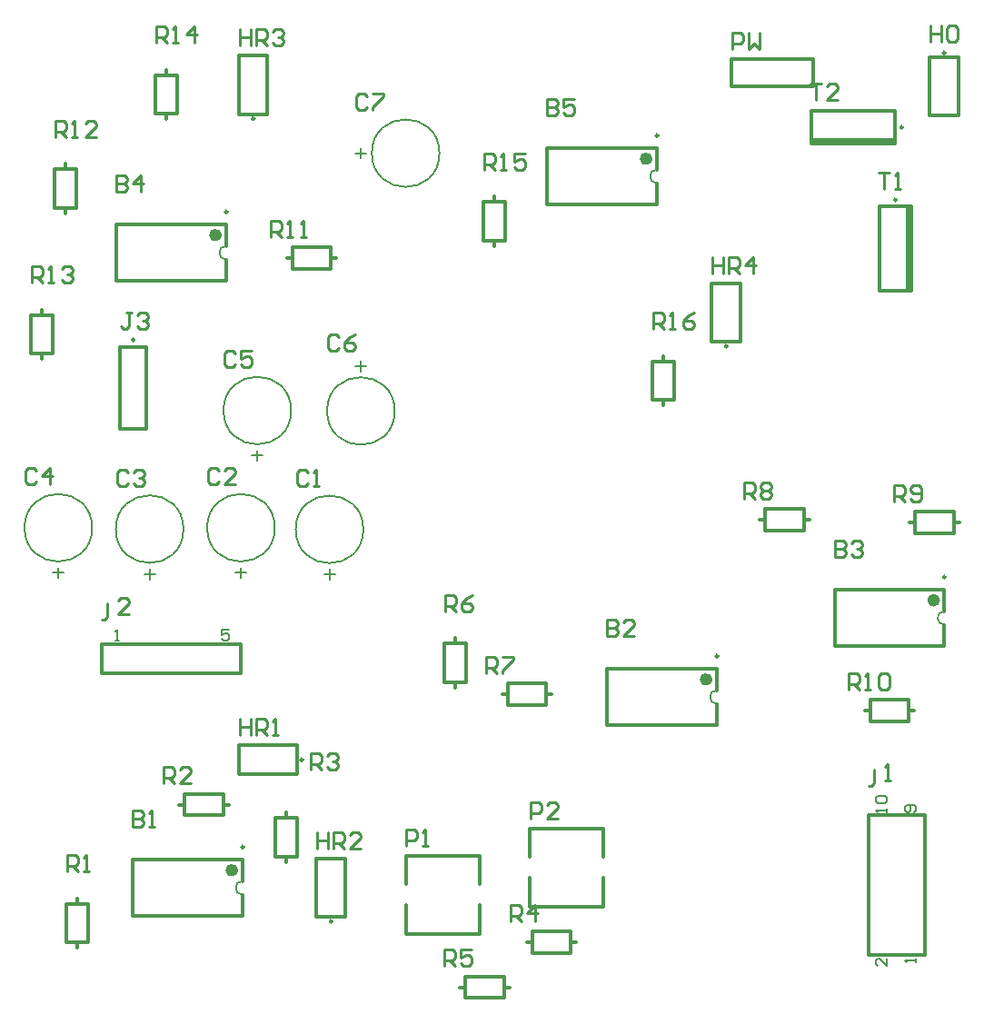
<source format=gto>
G04*
G04 #@! TF.GenerationSoftware,Altium Limited,Altium Designer,23.0.1 (38)*
G04*
G04 Layer_Color=65535*
%FSLAX44Y44*%
%MOMM*%
G71*
G04*
G04 #@! TF.SameCoordinates,40E8D280-AE9E-4637-9913-6930DAB067FB*
G04*
G04*
G04 #@! TF.FilePolarity,Positive*
G04*
G01*
G75*
%ADD10C,0.2000*%
%ADD11C,0.2500*%
%ADD12C,0.6000*%
%ADD13C,0.3000*%
%ADD14C,0.2540*%
%ADD15C,0.1524*%
%ADD16C,0.1500*%
D10*
X252930Y166370D02*
G03*
X252930Y153670I0J-6350D01*
G01*
X639010Y829310D02*
G03*
X639010Y816610I0J-6350D01*
G01*
X237690Y758190D02*
G03*
X237690Y745490I0J-6350D01*
G01*
X436430Y844550D02*
G03*
X436430Y844550I-31500J0D01*
G01*
X298200Y604720D02*
G03*
X298200Y604720I-31500J0D01*
G01*
X394720Y604320D02*
G03*
X394720Y604320I-31500J0D01*
G01*
X365510Y494030D02*
G03*
X365510Y494030I-31500J0D01*
G01*
X282960Y495500D02*
G03*
X282960Y495500I-31500J0D01*
G01*
X197870Y494230D02*
G03*
X197870Y494230I-31500J0D01*
G01*
X112780Y495500D02*
G03*
X112780Y495500I-31500J0D01*
G01*
X906980Y417830D02*
G03*
X906980Y405130I0J-6350D01*
G01*
X694890Y344170D02*
G03*
X694890Y331470I0J-6350D01*
G01*
D11*
X254280Y198120D02*
G03*
X254280Y198120I-1250J0D01*
G01*
X862310Y801190D02*
G03*
X862310Y801190I-1250J0D01*
G01*
X704830Y664710D02*
G03*
X704830Y664710I-1250J0D01*
G01*
X264140Y876800D02*
G03*
X264140Y876800I-1250J0D01*
G01*
X908030Y938030D02*
G03*
X908030Y938030I-1250J0D01*
G01*
X336530Y128770D02*
G03*
X336530Y128770I-1250J0D01*
G01*
X309360Y279400D02*
G03*
X309360Y279400I-1250J0D01*
G01*
X640360Y861060D02*
G03*
X640360Y861060I-1250J0D01*
G01*
X868480Y868680D02*
G03*
X868480Y868680I-1250J0D01*
G01*
X239040Y789940D02*
G03*
X239040Y789940I-1250J0D01*
G01*
X152380Y670710D02*
G03*
X152380Y670710I-1250J0D01*
G01*
X908330Y449580D02*
G03*
X908330Y449580I-1250J0D01*
G01*
X696240Y375920D02*
G03*
X696240Y375920I-1250J0D01*
G01*
D12*
X245930Y176520D02*
G03*
X245930Y176520I-3000J0D01*
G01*
X632010Y839460D02*
G03*
X632010Y839460I-3000J0D01*
G01*
X230690Y768340D02*
G03*
X230690Y768340I-3000J0D01*
G01*
X899980Y427980D02*
G03*
X899980Y427980I-3000J0D01*
G01*
X687890Y354320D02*
G03*
X687890Y354320I-3000J0D01*
G01*
D13*
X293370Y225010D02*
Y230060D01*
Y183960D02*
Y189010D01*
X283370D02*
X303370D01*
Y225010D01*
X283370D02*
X303370D01*
X283370Y189010D02*
Y225010D01*
X150930Y186520D02*
X252930D01*
X150930Y133520D02*
X252930D01*
Y166370D02*
Y186520D01*
Y133520D02*
Y153670D01*
X150930Y133520D02*
Y186520D01*
X708660Y906780D02*
X784860D01*
Y932180D01*
X708660D02*
X784860D01*
X708660Y906780D02*
Y932180D01*
X873060Y716690D02*
Y794690D01*
X876160Y716690D02*
Y794690D01*
X846160Y716690D02*
Y794690D01*
Y716690D02*
X876160D01*
X846160Y794690D02*
X876160D01*
X690230Y668660D02*
X716930D01*
Y723260D01*
X690230D02*
X716930D01*
X690230Y668660D02*
Y723260D01*
X249540Y880750D02*
X276240D01*
Y935350D01*
X249540D02*
X276240D01*
X249540Y880750D02*
Y935350D01*
X893430Y934080D02*
X920130D01*
X893430Y879480D02*
Y934080D01*
Y879480D02*
X920130D01*
Y934080D01*
X321930Y132720D02*
X348630D01*
Y187320D01*
X321930D02*
X348630D01*
X321930Y132720D02*
Y187320D01*
X304160Y266050D02*
Y292750D01*
X249560D02*
X304160D01*
X249560Y266050D02*
Y292750D01*
Y266050D02*
X304160D01*
X251690Y359930D02*
Y386830D01*
X121690D02*
X251690D01*
X121690Y359930D02*
Y386830D01*
Y359930D02*
X251690D01*
X836180Y97560D02*
X888480D01*
Y227560D01*
X836180Y97560D02*
Y227560D01*
X888480D01*
X537010Y849460D02*
X639010D01*
X537010Y796460D02*
X639010D01*
Y829310D02*
Y849460D01*
Y796460D02*
Y816610D01*
X537010Y796460D02*
Y849460D01*
X645160Y609410D02*
Y614460D01*
Y650460D02*
Y655510D01*
X635160Y650460D02*
X655160D01*
X635160Y614460D02*
Y650460D01*
Y614460D02*
X655160D01*
Y650460D01*
X181610Y917160D02*
Y922210D01*
Y876110D02*
Y881160D01*
X171610D02*
X191610D01*
Y917160D01*
X171610D02*
X191610D01*
X171610Y881160D02*
Y917160D01*
X782730Y856680D02*
X860730D01*
X782730Y853580D02*
X860730D01*
X782730Y883580D02*
X860730D01*
X782730Y853580D02*
Y883580D01*
X860730Y853580D02*
Y883580D01*
X87630Y829530D02*
Y834580D01*
Y788480D02*
Y793530D01*
X77630D02*
X97630D01*
Y829530D01*
X77630D02*
X97630D01*
X77630Y793530D02*
Y829530D01*
X135690Y778340D02*
X237690D01*
X135690Y725340D02*
X237690D01*
Y758190D02*
Y778340D01*
Y725340D02*
Y745490D01*
X135690Y725340D02*
Y778340D01*
X335500Y746760D02*
X340550D01*
X294450D02*
X299500D01*
Y736760D02*
Y756760D01*
Y736760D02*
X335500D01*
Y756760D01*
X299500D02*
X335500D01*
X66040Y693640D02*
Y698690D01*
Y652590D02*
Y657640D01*
X56040D02*
X76040D01*
Y693640D01*
X56040D02*
X76040D01*
X56040Y657640D02*
Y693640D01*
X487680Y799050D02*
Y804100D01*
Y758000D02*
Y763050D01*
X477680D02*
X497680D01*
Y799050D01*
X477680D02*
X497680D01*
X477680Y763050D02*
Y799050D01*
X163580Y588010D02*
Y664210D01*
X138680Y588010D02*
Y664210D01*
X163580D01*
X138680Y588010D02*
X163580D01*
X832930Y325120D02*
X837980D01*
X873980D02*
X879030D01*
X873980Y315120D02*
Y335120D01*
X837980D02*
X873980D01*
X837980Y315120D02*
Y335120D01*
Y315120D02*
X873980D01*
X495110Y340360D02*
X500160D01*
X536160D02*
X541210D01*
X536160Y330360D02*
Y350360D01*
X500160D02*
X536160D01*
X500160Y330360D02*
Y350360D01*
Y330360D02*
X536160D01*
X804980Y437980D02*
X906980D01*
X804980Y384980D02*
X906980D01*
Y417830D02*
Y437980D01*
Y384980D02*
Y405130D01*
X804980Y384980D02*
Y437980D01*
X592890Y364320D02*
X694890D01*
X592890Y311320D02*
X694890D01*
Y344170D02*
Y364320D01*
Y311320D02*
Y331470D01*
X592890Y311320D02*
Y364320D01*
X874840Y500380D02*
X879890D01*
X915890D02*
X920940D01*
X915890Y490380D02*
Y510380D01*
X879890D02*
X915890D01*
X879890Y490380D02*
Y510380D01*
Y490380D02*
X915890D01*
X735140Y502920D02*
X740190D01*
X776190D02*
X781240D01*
X776190Y492920D02*
Y512920D01*
X740190D02*
X776190D01*
X740190Y492920D02*
Y512920D01*
Y492920D02*
X776190D01*
X450850Y387570D02*
Y392620D01*
Y346520D02*
Y351570D01*
X440850D02*
X460850D01*
Y387570D01*
X440850D02*
X460850D01*
X440850Y351570D02*
Y387570D01*
X194120Y237490D02*
X199170D01*
X235170D02*
X240220D01*
X235170Y227490D02*
Y247490D01*
X199170D02*
X235170D01*
X199170Y227490D02*
Y247490D01*
Y227490D02*
X235170D01*
X99060Y145000D02*
Y150050D01*
Y103950D02*
Y109000D01*
X89060D02*
X109060D01*
Y145000D01*
X89060D02*
X109060D01*
X89060Y109000D02*
Y145000D01*
X455740Y67310D02*
X460790D01*
X496790D02*
X501840D01*
X496790Y57310D02*
Y77310D01*
X460790D02*
X496790D01*
X460790Y57310D02*
Y77310D01*
Y57310D02*
X496790D01*
X405170Y163170D02*
Y189520D01*
Y117120D02*
Y144170D01*
Y117120D02*
X473670D01*
Y163170D02*
Y189520D01*
Y117120D02*
Y144170D01*
X405170Y189520D02*
X473670D01*
X520740Y188570D02*
Y214920D01*
Y142520D02*
Y169570D01*
Y142520D02*
X589240D01*
Y188570D02*
Y214920D01*
Y142520D02*
Y169570D01*
X520740Y214920D02*
X589240D01*
X558800Y109220D02*
X563850D01*
X517750D02*
X522800D01*
Y99220D02*
Y119220D01*
Y99220D02*
X558800D01*
Y119220D01*
X522800D02*
X558800D01*
D14*
X316234Y270513D02*
Y285748D01*
X323852D01*
X326391Y283208D01*
Y278130D01*
X323852Y275591D01*
X316234D01*
X321312D02*
X326391Y270513D01*
X331469Y283208D02*
X334008Y285748D01*
X339087D01*
X341626Y283208D01*
Y280669D01*
X339087Y278130D01*
X336548D01*
X339087D01*
X341626Y275591D01*
Y273052D01*
X339087Y270513D01*
X334008D01*
X331469Y273052D01*
X150622Y231643D02*
Y216408D01*
X158239D01*
X160779Y218947D01*
Y221486D01*
X158239Y224025D01*
X150622D01*
X158239D01*
X160779Y226565D01*
Y229104D01*
X158239Y231643D01*
X150622D01*
X165857Y216408D02*
X170935D01*
X168396D01*
Y231643D01*
X165857Y229104D01*
X709676Y941324D02*
Y956559D01*
X717293D01*
X719833Y954020D01*
Y948941D01*
X717293Y946402D01*
X709676D01*
X724911Y956559D02*
Y941324D01*
X729989Y946402D01*
X735068Y941324D01*
Y956559D01*
X846074Y826511D02*
X856231D01*
X851152D01*
Y811276D01*
X861309D02*
X866387D01*
X863848D01*
Y826511D01*
X861309Y823972D01*
X690880Y748025D02*
Y732790D01*
Y740407D01*
X701037D01*
Y748025D01*
Y732790D01*
X706115D02*
Y748025D01*
X713733D01*
X716272Y745486D01*
Y740407D01*
X713733Y737868D01*
X706115D01*
X711193D02*
X716272Y732790D01*
X728968D02*
Y748025D01*
X721350Y740407D01*
X731507D01*
X250190Y960115D02*
Y944880D01*
Y952497D01*
X260347D01*
Y960115D01*
Y944880D01*
X265425D02*
Y960115D01*
X273043D01*
X275582Y957576D01*
Y952497D01*
X273043Y949958D01*
X265425D01*
X270503D02*
X275582Y944880D01*
X280660Y957576D02*
X283199Y960115D01*
X288278D01*
X290817Y957576D01*
Y955037D01*
X288278Y952497D01*
X285739D01*
X288278D01*
X290817Y949958D01*
Y947419D01*
X288278Y944880D01*
X283199D01*
X280660Y947419D01*
X893572Y963417D02*
Y948182D01*
Y955799D01*
X903729D01*
Y963417D01*
Y948182D01*
X908807Y960878D02*
X911346Y963417D01*
X916425D01*
X918964Y960878D01*
Y950721D01*
X916425Y948182D01*
X911346D01*
X908807Y950721D01*
Y960878D01*
X322580Y212085D02*
Y196850D01*
Y204468D01*
X332737D01*
Y212085D01*
Y196850D01*
X337815D02*
Y212085D01*
X345433D01*
X347972Y209546D01*
Y204468D01*
X345433Y201928D01*
X337815D01*
X342893D02*
X347972Y196850D01*
X363207D02*
X353050D01*
X363207Y207007D01*
Y209546D01*
X360668Y212085D01*
X355589D01*
X353050Y209546D01*
X250190Y317495D02*
Y302260D01*
Y309877D01*
X260347D01*
Y317495D01*
Y302260D01*
X265425D02*
Y317495D01*
X273043D01*
X275582Y314956D01*
Y309877D01*
X273043Y307338D01*
X265425D01*
X270503D02*
X275582Y302260D01*
X280660D02*
X285739D01*
X283199D01*
Y317495D01*
X280660Y314956D01*
X121920Y409704D02*
X124459D01*
X126998Y412243D01*
Y424939D01*
X147312Y414782D02*
X137155D01*
X147312Y424939D01*
Y427478D01*
X144773Y430017D01*
X139694D01*
X137155Y427478D01*
X836422Y255018D02*
X838961D01*
X841500Y257557D01*
Y270253D01*
X851657Y260096D02*
X856735D01*
X854196D01*
Y275331D01*
X851657Y272792D01*
X536702Y894583D02*
Y879348D01*
X544319D01*
X546859Y881887D01*
Y884426D01*
X544319Y886965D01*
X536702D01*
X544319D01*
X546859Y889505D01*
Y892044D01*
X544319Y894583D01*
X536702D01*
X562094D02*
X551937D01*
Y886965D01*
X557015Y889505D01*
X559555D01*
X562094Y886965D01*
Y881887D01*
X559555Y879348D01*
X554476D01*
X551937Y881887D01*
X635762Y680720D02*
Y695955D01*
X643380D01*
X645919Y693416D01*
Y688337D01*
X643380Y685798D01*
X635762D01*
X640840D02*
X645919Y680720D01*
X650997D02*
X656075D01*
X653536D01*
Y695955D01*
X650997Y693416D01*
X673850Y695955D02*
X668771Y693416D01*
X663693Y688337D01*
Y683259D01*
X666232Y680720D01*
X671311D01*
X673850Y683259D01*
Y685798D01*
X671311Y688337D01*
X663693D01*
X172212Y947420D02*
Y962655D01*
X179830D01*
X182369Y960116D01*
Y955038D01*
X179830Y952498D01*
X172212D01*
X177290D02*
X182369Y947420D01*
X187447D02*
X192525D01*
X189986D01*
Y962655D01*
X187447Y960116D01*
X207761Y947420D02*
Y962655D01*
X200143Y955038D01*
X210300D01*
X782574Y909061D02*
X792731D01*
X787652D01*
Y893826D01*
X807966D02*
X797809D01*
X807966Y903983D01*
Y906522D01*
X805427Y909061D01*
X800348D01*
X797809Y906522D01*
X78232Y859790D02*
Y875025D01*
X85850D01*
X88389Y872486D01*
Y867408D01*
X85850Y864868D01*
X78232D01*
X83310D02*
X88389Y859790D01*
X93467D02*
X98545D01*
X96006D01*
Y875025D01*
X93467Y872486D01*
X116320Y859790D02*
X106163D01*
X116320Y869947D01*
Y872486D01*
X113780Y875025D01*
X108702D01*
X106163Y872486D01*
X135382Y823463D02*
Y808228D01*
X142999D01*
X145539Y810767D01*
Y813306D01*
X142999Y815845D01*
X135382D01*
X142999D01*
X145539Y818385D01*
Y820924D01*
X142999Y823463D01*
X135382D01*
X158235Y808228D02*
Y823463D01*
X150617Y815845D01*
X160774D01*
X279400Y766318D02*
Y781553D01*
X287017D01*
X289557Y779014D01*
Y773935D01*
X287017Y771396D01*
X279400D01*
X284478D02*
X289557Y766318D01*
X294635D02*
X299713D01*
X297174D01*
Y781553D01*
X294635Y779014D01*
X307331Y766318D02*
X312409D01*
X309870D01*
Y781553D01*
X307331Y779014D01*
X369059Y897632D02*
X366520Y900171D01*
X361441D01*
X358902Y897632D01*
Y887475D01*
X361441Y884936D01*
X366520D01*
X369059Y887475D01*
X374137Y900171D02*
X384294D01*
Y897632D01*
X374137Y887475D01*
Y884936D01*
X56642Y723900D02*
Y739135D01*
X64260D01*
X66799Y736596D01*
Y731517D01*
X64260Y728978D01*
X56642D01*
X61720D02*
X66799Y723900D01*
X71877D02*
X76955D01*
X74416D01*
Y739135D01*
X71877Y736596D01*
X84573D02*
X87112Y739135D01*
X92191D01*
X94730Y736596D01*
Y734057D01*
X92191Y731517D01*
X89651D01*
X92191D01*
X94730Y728978D01*
Y726439D01*
X92191Y723900D01*
X87112D01*
X84573Y726439D01*
X478282Y829310D02*
Y844545D01*
X485900D01*
X488439Y842006D01*
Y836927D01*
X485900Y834388D01*
X478282D01*
X483360D02*
X488439Y829310D01*
X493517D02*
X498595D01*
X496056D01*
Y844545D01*
X493517Y842006D01*
X516370Y844545D02*
X506213D01*
Y836927D01*
X511291Y839467D01*
X513830D01*
X516370Y836927D01*
Y831849D01*
X513830Y829310D01*
X508752D01*
X506213Y831849D01*
X246631Y657856D02*
X244091Y660395D01*
X239013D01*
X236474Y657856D01*
Y647699D01*
X239013Y645160D01*
X244091D01*
X246631Y647699D01*
X261866Y660395D02*
X251709D01*
Y652777D01*
X256787Y655317D01*
X259327D01*
X261866Y652777D01*
Y647699D01*
X259327Y645160D01*
X254248D01*
X251709Y647699D01*
X150111Y695955D02*
X145032D01*
X147571D01*
Y683259D01*
X145032Y680720D01*
X142493D01*
X139954Y683259D01*
X155189Y693416D02*
X157728Y695955D01*
X162807D01*
X165346Y693416D01*
Y690877D01*
X162807Y688337D01*
X160267D01*
X162807D01*
X165346Y685798D01*
Y683259D01*
X162807Y680720D01*
X157728D01*
X155189Y683259D01*
X343151Y673096D02*
X340611Y675635D01*
X335533D01*
X332994Y673096D01*
Y662939D01*
X335533Y660400D01*
X340611D01*
X343151Y662939D01*
X358386Y675635D02*
X353307Y673096D01*
X348229Y668018D01*
Y662939D01*
X350768Y660400D01*
X355847D01*
X358386Y662939D01*
Y665478D01*
X355847Y668018D01*
X348229D01*
X313941Y547112D02*
X311402Y549651D01*
X306323D01*
X303784Y547112D01*
Y536955D01*
X306323Y534416D01*
X311402D01*
X313941Y536955D01*
X319019Y534416D02*
X324097D01*
X321558D01*
Y549651D01*
X319019Y547112D01*
X231391Y548636D02*
X228852Y551175D01*
X223773D01*
X221234Y548636D01*
Y538479D01*
X223773Y535940D01*
X228852D01*
X231391Y538479D01*
X246626Y535940D02*
X236469D01*
X246626Y546097D01*
Y548636D01*
X244087Y551175D01*
X239008D01*
X236469Y548636D01*
X146301Y547366D02*
X143762Y549905D01*
X138683D01*
X136144Y547366D01*
Y537209D01*
X138683Y534670D01*
X143762D01*
X146301Y537209D01*
X151379Y547366D02*
X153918Y549905D01*
X158997D01*
X161536Y547366D01*
Y544827D01*
X158997Y542287D01*
X156457D01*
X158997D01*
X161536Y539748D01*
Y537209D01*
X158997Y534670D01*
X153918D01*
X151379Y537209D01*
X61211Y548636D02*
X58671Y551175D01*
X53593D01*
X51054Y548636D01*
Y538479D01*
X53593Y535940D01*
X58671D01*
X61211Y538479D01*
X73907Y535940D02*
Y551175D01*
X66289Y543558D01*
X76446D01*
X817880Y344678D02*
Y359913D01*
X825498D01*
X828037Y357374D01*
Y352295D01*
X825498Y349756D01*
X817880D01*
X822958D02*
X828037Y344678D01*
X833115D02*
X838193D01*
X835654D01*
Y359913D01*
X833115Y357374D01*
X845811D02*
X848350Y359913D01*
X853428D01*
X855968Y357374D01*
Y347217D01*
X853428Y344678D01*
X848350D01*
X845811Y347217D01*
Y357374D01*
X480060Y359918D02*
Y375153D01*
X487677D01*
X490217Y372614D01*
Y367536D01*
X487677Y364996D01*
X480060D01*
X485138D02*
X490217Y359918D01*
X495295Y375153D02*
X505452D01*
Y372614D01*
X495295Y362457D01*
Y359918D01*
X804672Y483103D02*
Y467868D01*
X812290D01*
X814829Y470407D01*
Y472946D01*
X812290Y475485D01*
X804672D01*
X812290D01*
X814829Y478025D01*
Y480564D01*
X812290Y483103D01*
X804672D01*
X819907Y480564D02*
X822446Y483103D01*
X827525D01*
X830064Y480564D01*
Y478025D01*
X827525Y475485D01*
X824985D01*
X827525D01*
X830064Y472946D01*
Y470407D01*
X827525Y467868D01*
X822446D01*
X819907Y470407D01*
X592582Y409443D02*
Y394208D01*
X600200D01*
X602739Y396747D01*
Y399286D01*
X600200Y401825D01*
X592582D01*
X600200D01*
X602739Y404365D01*
Y406904D01*
X600200Y409443D01*
X592582D01*
X617974Y394208D02*
X607817D01*
X617974Y404365D01*
Y406904D01*
X615435Y409443D01*
X610356D01*
X607817Y406904D01*
X859790Y519938D02*
Y535173D01*
X867408D01*
X869947Y532634D01*
Y527556D01*
X867408Y525016D01*
X859790D01*
X864868D02*
X869947Y519938D01*
X875025Y522477D02*
X877564Y519938D01*
X882643D01*
X885182Y522477D01*
Y532634D01*
X882643Y535173D01*
X877564D01*
X875025Y532634D01*
Y530095D01*
X877564Y527556D01*
X885182D01*
X720090Y522478D02*
Y537713D01*
X727708D01*
X730247Y535174D01*
Y530095D01*
X727708Y527556D01*
X720090D01*
X725168D02*
X730247Y522478D01*
X735325Y535174D02*
X737864Y537713D01*
X742943D01*
X745482Y535174D01*
Y532635D01*
X742943Y530095D01*
X745482Y527556D01*
Y525017D01*
X742943Y522478D01*
X737864D01*
X735325Y525017D01*
Y527556D01*
X737864Y530095D01*
X735325Y532635D01*
Y535174D01*
X737864Y530095D02*
X742943D01*
X441452Y417830D02*
Y433065D01*
X449070D01*
X451609Y430526D01*
Y425448D01*
X449070Y422908D01*
X441452D01*
X446530D02*
X451609Y417830D01*
X466844Y433065D02*
X461765Y430526D01*
X456687Y425448D01*
Y420369D01*
X459226Y417830D01*
X464305D01*
X466844Y420369D01*
Y422908D01*
X464305Y425448D01*
X456687D01*
X179070Y257048D02*
Y272283D01*
X186688D01*
X189227Y269744D01*
Y264666D01*
X186688Y262126D01*
X179070D01*
X184148D02*
X189227Y257048D01*
X204462D02*
X194305D01*
X204462Y267205D01*
Y269744D01*
X201923Y272283D01*
X196844D01*
X194305Y269744D01*
X89662Y175260D02*
Y190495D01*
X97280D01*
X99819Y187956D01*
Y182878D01*
X97280Y180338D01*
X89662D01*
X94740D02*
X99819Y175260D01*
X104897D02*
X109975D01*
X107436D01*
Y190495D01*
X104897Y187956D01*
X440690Y86868D02*
Y102103D01*
X448307D01*
X450847Y99564D01*
Y94486D01*
X448307Y91946D01*
X440690D01*
X445768D02*
X450847Y86868D01*
X466082Y102103D02*
X455925D01*
Y94486D01*
X461003Y97025D01*
X463543D01*
X466082Y94486D01*
Y89407D01*
X463543Y86868D01*
X458464D01*
X455925Y89407D01*
X405638Y199136D02*
Y214371D01*
X413256D01*
X415795Y211832D01*
Y206754D01*
X413256Y204214D01*
X405638D01*
X420873Y199136D02*
X425951D01*
X423412D01*
Y214371D01*
X420873Y211832D01*
X521208Y224536D02*
Y239771D01*
X528825D01*
X531365Y237232D01*
Y232153D01*
X528825Y229614D01*
X521208D01*
X546600Y224536D02*
X536443D01*
X546600Y234693D01*
Y237232D01*
X544061Y239771D01*
X538982D01*
X536443Y237232D01*
X502666Y128778D02*
Y144013D01*
X510284D01*
X512823Y141474D01*
Y136396D01*
X510284Y133856D01*
X502666D01*
X507744D02*
X512823Y128778D01*
X525519D02*
Y144013D01*
X517901Y136396D01*
X528058D01*
D15*
X240461Y400537D02*
X233690D01*
Y395458D01*
X237076Y397151D01*
X238768D01*
X240461Y395458D01*
Y392073D01*
X238768Y390380D01*
X235383D01*
X233690Y392073D01*
X134690Y390380D02*
X138076D01*
X136383D01*
Y400537D01*
X134690Y398844D01*
X853330Y230660D02*
Y234046D01*
Y232353D01*
X843173D01*
X844866Y230660D01*
Y239124D02*
X843173Y240817D01*
Y244202D01*
X844866Y245895D01*
X851637D01*
X853330Y244202D01*
Y240817D01*
X851637Y239124D01*
X844866D01*
X878637Y230660D02*
X880330Y232353D01*
Y235738D01*
X878637Y237431D01*
X871866D01*
X870173Y235738D01*
Y232353D01*
X871866Y230660D01*
X873559D01*
X875252Y232353D01*
Y237431D01*
X880330Y90460D02*
Y93846D01*
Y92153D01*
X870173D01*
X871866Y90460D01*
X853330Y94231D02*
Y87460D01*
X846559Y94231D01*
X844866D01*
X843173Y92538D01*
Y89153D01*
X844866Y87460D01*
D16*
X357933Y844547D02*
X367930D01*
X362931Y849545D02*
Y839548D01*
X266703Y557723D02*
Y567720D01*
X261705Y562721D02*
X271702D01*
X363217Y651317D02*
Y641320D01*
X368215Y646319D02*
X358218D01*
X334013Y447033D02*
Y457030D01*
X329015Y452031D02*
X339012D01*
X251463Y448503D02*
Y458500D01*
X246465Y453501D02*
X256462D01*
X166373Y447233D02*
Y457230D01*
X161375Y452231D02*
X171372D01*
X81283Y448503D02*
Y458500D01*
X76285Y453501D02*
X86282D01*
M02*

</source>
